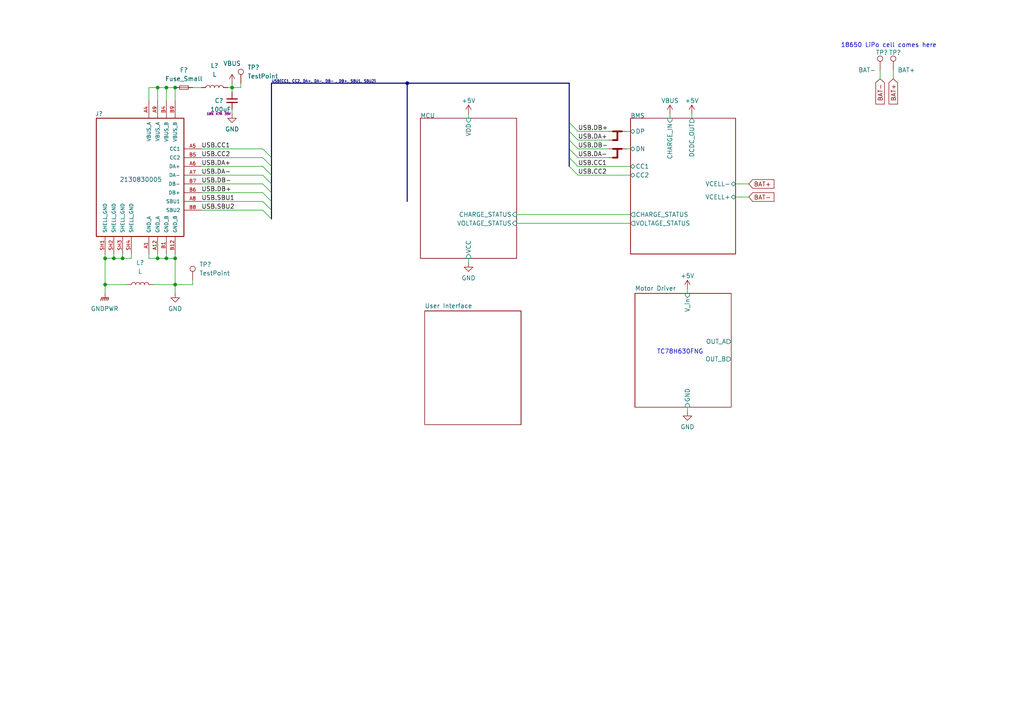
<source format=kicad_sch>
(kicad_sch (version 20211123) (generator eeschema)
  (paper "A4")
  (lib_symbols
    (symbol "818_USB:2130830005" (pin_names (offset 1.016))
      (property "Reference" "J" (at -12.7 17.78 0))
      (property "Value" "2130830005" (at -6.35 -1.27 0))
      (symbol "2130830005_0_0"
        (rectangle (start -12.7 17.78) (end 12.7 -16.51) (stroke (width 0.254)))
        (pin power_in line (at 2.54 -21.59 90) (length 5.08) (name "GND_A") (number "A1"))
        (pin power_in line (at 5.08 -21.59 90) (length 5.08) (name "GND_A") (number "A12"))
        (pin power_in line (at 2.54 22.86 270) (length 5.08) (name "VBUS_A") (number "A4"))
        (pin bidirectional line (at 17.78 8.89 180) (length 5.08) (name "CC1") (number "A5"))
        (pin bidirectional line (at 17.78 3.81 180) (length 5.08) (name "DA+") (number "A6"))
        (pin bidirectional line (at 17.78 1.27 180) (length 5.08) (name "DA-") (number "A7"))
        (pin bidirectional line (at 17.78 -6.35 180) (length 5.08) (name "SBU1") (number "A8"))
        (pin power_in line (at 5.08 22.86 270) (length 5.08) (name "VBUS_A") (number "A9"))
        (pin power_in line (at 7.62 -21.59 90) (length 5.08) (name "GND_B") (number "B1"))
        (pin power_in line (at 10.16 -21.59 90) (length 5.08) (name "GND_B") (number "B12"))
        (pin power_in line (at 7.62 22.86 270) (length 5.08) (name "VBUS_B") (number "B4"))
        (pin bidirectional line (at 17.78 6.35 180) (length 5.08) (name "CC2") (number "B5"))
        (pin bidirectional line (at 17.78 -3.81 180) (length 5.08) (name "DB+") (number "B6"))
        (pin bidirectional line (at 17.78 -1.27 180) (length 5.08) (name "DB-") (number "B7"))
        (pin bidirectional line (at 17.78 -8.89 180) (length 5.08) (name "SBU2") (number "B8"))
        (pin power_in line (at 10.16 22.86 270) (length 5.08) (name "VBUS_B") (number "B9"))
        (pin power_in line (at -10.16 -21.59 90) (length 5.08) (name "SHELL_GND") (number "SH1"))
        (pin power_in line (at -7.62 -21.59 90) (length 5.08) (name "SHELL_GND") (number "SH2"))
        (pin power_in line (at -5.08 -21.59 90) (length 5.08) (name "SHELL_GND") (number "SH3"))
        (pin power_in line (at -2.54 -21.59 90) (length 5.08) (name "SHELL_GND") (number "SH4"))
      )
    )
    (symbol "Connector:TestPoint" (pin_numbers hide) (pin_names (offset 0.762) hide)
      (property "Reference" "TP" (at 0 6.858 0))
      (property "Value" "TestPoint" (at 0 5.08 0))
      (symbol "TestPoint_0_1"
        (circle (center 0 3.302) (radius 0.762))
      )
      (symbol "TestPoint_1_1"
        (pin passive line (at 0 0 90) (length 2.54) (name "1") (number "1"))
      )
    )
    (symbol "Device:C_Small" (pin_numbers hide) (pin_names (offset 0.254) hide)
      (property "Reference" "C" (at 0.254 1.778 0))
      (property "Value" "C_Small" (at 0.254 -2.032 0))
      (symbol "C_Small_0_1"
        (polyline (pts (xy -1.524 -0.508) (xy 1.524 -0.508)) (stroke (width 0.3302)))
        (polyline (pts (xy -1.524 0.508) (xy 1.524 0.508)) (stroke (width 0.3048)))
      )
      (symbol "C_Small_1_1"
        (pin passive line (at 0 2.54 270) (length 2.032) (name "~") (number "1"))
        (pin passive line (at 0 -2.54 90) (length 2.032) (name "~") (number "2"))
      )
    )
    (symbol "Device:Fuse_Small" (pin_numbers hide) (pin_names (offset 0.254) hide)
      (property "Reference" "F" (at 0 -1.524 0))
      (property "Value" "Fuse_Small" (at 0 1.524 0))
      (symbol "Fuse_Small_0_1"
        (rectangle (start -1.27 0.508) (end 1.27 -0.508))
        (polyline (pts (xy -1.27 0) (xy 1.27 0)))
      )
      (symbol "Fuse_Small_1_1"
        (pin passive line (at -2.54 0 0) (length 1.27) (name "~") (number "1"))
        (pin passive line (at 2.54 0 180) (length 1.27) (name "~") (number "2"))
      )
    )
    (symbol "Device:L" (pin_numbers hide) (pin_names (offset 1.016) hide)
      (property "Reference" "L" (at -1.27 0 90))
      (property "Value" "L" (at 1.905 0 90))
      (symbol "L_0_1"
        (arc (start 0 -2.54) (mid 0.635 -1.905) (end 0 -1.27))
        (arc (start 0 -1.27) (mid 0.635 -0.635) (end 0 0))
        (arc (start 0 0) (mid 0.635 0.635) (end 0 1.27))
        (arc (start 0 1.27) (mid 0.635 1.905) (end 0 2.54))
      )
      (symbol "L_1_1"
        (pin passive line (at 0 3.81 270) (length 1.27) (name "1") (number "1"))
        (pin passive line (at 0 -3.81 90) (length 1.27) (name "2") (number "2"))
      )
    )
    (symbol "Device:NetTie_3" (pin_numbers hide) (pin_names (offset 0) hide)
      (property "Reference" "NT" (at 0 1.27 0))
      (property "Value" "NetTie_3" (at 0 -3.81 0))
      (symbol "NetTie_3_0_1"
        (polyline (pts (xy -1.27 0) (xy 1.27 0)) (stroke (width 0.508)))
        (polyline (pts (xy 0 0) (xy 0 -2.54) (xy -1.27 -2.54)) (stroke (width 0.508)))
      )
      (symbol "NetTie_3_1_1"
        (pin passive line (at -2.54 0 0) (length 2.54) (name "1") (number "1"))
        (pin passive line (at 2.54 0 180) (length 2.54) (name "2") (number "2"))
        (pin passive line (at -2.54 -2.54 0) (length 2.54) (name "3") (number "3"))
      )
    )
    (symbol "power:+5V" (power) (pin_names (offset 0))
      (property "Value" "+5V" (at 0 3.556 0))
      (symbol "+5V_0_1"
        (polyline (pts (xy -0.762 1.27) (xy 0 2.54)))
        (polyline (pts (xy 0 0) (xy 0 2.54)))
        (polyline (pts (xy 0 2.54) (xy 0.762 1.27)))
      )
      (symbol "+5V_1_1"
        (pin power_in line (at 0 0 90) (length 0) hide (name "+5V") (number "1"))
      )
    )
    (symbol "power:GND" (power) (pin_names (offset 0))
      (property "Value" "GND" (at 0 -3.81 0))
      (symbol "GND_0_1"
        (polyline (pts (xy 0 0) (xy 0 -1.27) (xy 1.27 -1.27) (xy 0 -2.54) (xy -1.27 -1.27) (xy 0 -1.27)))
      )
      (symbol "GND_1_1"
        (pin power_in line (at 0 0 270) (length 0) hide (name "GND") (number "1"))
      )
    )
    (symbol "power:GNDPWR" (power) (pin_names (offset 0))
      (property "Value" "GNDPWR" (at 0 -3.302 0))
      (symbol "GNDPWR_0_1"
        (polyline (pts (xy 0 -1.27) (xy 0 0)))
        (polyline (pts (xy -1.016 -1.27) (xy -1.27 -2.032) (xy -1.27 -2.032)) (stroke (width 0.2032)))
        (polyline (pts (xy -0.508 -1.27) (xy -0.762 -2.032) (xy -0.762 -2.032)) (stroke (width 0.2032)))
        (polyline (pts (xy 0 -1.27) (xy -0.254 -2.032) (xy -0.254 -2.032)) (stroke (width 0.2032)))
        (polyline (pts (xy 0.508 -1.27) (xy 0.254 -2.032) (xy 0.254 -2.032)) (stroke (width 0.2032)))
        (polyline (pts (xy 1.016 -1.27) (xy -1.016 -1.27) (xy -1.016 -1.27)) (stroke (width 0.2032)))
        (polyline (pts (xy 1.016 -1.27) (xy 0.762 -2.032) (xy 0.762 -2.032) (xy 0.762 -2.032)) (stroke (width 0.2032)))
      )
      (symbol "GNDPWR_1_1"
        (pin power_in line (at 0 0 270) (length 0) hide (name "GNDPWR") (number "1"))
      )
    )
    (symbol "power:VBUS" (power) (pin_names (offset 0))
      (property "Value" "VBUS" (at 0 3.81 0))
      (symbol "VBUS_0_1"
        (polyline (pts (xy -0.762 1.27) (xy 0 2.54)))
        (polyline (pts (xy 0 0) (xy 0 2.54)))
        (polyline (pts (xy 0 2.54) (xy 0.762 1.27)))
      )
      (symbol "VBUS_1_1"
        (pin power_in line (at 0 0 90) (length 0) hide (name "VBUS") (number "1"))
      )
    )
  )
  (bus_alias "USB" (members "CC1"))
  (junction (at 48.26 25.4))
  (junction (at 118.11 24.13))
  (junction (at 50.8 82.55))
  (junction (at 50.8 74.93))
  (junction (at 67.31 25.4))
  (junction (at 45.72 74.93))
  (junction (at 45.72 25.4))
  (junction (at 33.02 74.93))
  (junction (at 48.26 74.93))
  (junction (at 30.48 74.93))
  (junction (at 35.56 74.93))
  (junction (at 50.8 25.4))
  (junction (at 30.48 82.55))
  (bus_entry (at 165.1 35.56) (size 2.54 2.54))
  (bus_entry (at 165.1 43.18) (size 2.54 2.54))
  (bus_entry (at 78.74 48.26) (size -2.54 -2.54))
  (bus_entry (at 78.74 53.34) (size -2.54 -2.54))
  (bus_entry (at 78.74 58.42) (size -2.54 -2.54))
  (bus_entry (at 165.1 45.72) (size 2.54 2.54))
  (bus_entry (at 78.74 45.72) (size -2.54 -2.54))
  (bus_entry (at 165.1 48.26) (size 2.54 2.54))
  (bus_entry (at 165.1 38.1) (size 2.54 2.54))
  (bus_entry (at 78.74 60.96) (size -2.54 -2.54))
  (bus_entry (at 165.1 40.64) (size 2.54 2.54))
  (bus_entry (at 78.74 50.8) (size -2.54 -2.54))
  (bus_entry (at 78.74 55.88) (size -2.54 -2.54))
  (bus_entry (at 78.74 63.5) (size -2.54 -2.54))
  (wire (pts (xy 45.72 25.4) (xy 48.26 25.4)))
  (wire (pts (xy 58.42 48.26) (xy 76.2 48.26)))
  (wire (pts (xy 181.61 38.1) (xy 182.88 38.1)))
  (wire (pts (xy 43.18 29.21) (xy 43.18 25.4)))
  (wire (pts (xy 67.31 31.75) (xy 67.31 33.02)))
  (wire (pts (xy 58.42 55.88) (xy 76.2 55.88)))
  (wire (pts (xy 259.08 20.32) (xy 259.08 22.86)))
  (bus (pts (xy 78.74 53.34) (xy 78.74 55.88)))
  (wire (pts (xy 44.45 82.55) (xy 50.8 82.55)))
  (wire (pts (xy 35.56 74.93) (xy 38.1 74.93)))
  (wire (pts (xy 33.02 73.66) (xy 33.02 74.93)))
  (wire (pts (xy 69.85 24.13) (xy 69.85 25.4)))
  (wire (pts (xy 48.26 25.4) (xy 48.26 29.21)))
  (wire (pts (xy 55.88 25.4) (xy 58.42 25.4)))
  (wire (pts (xy 58.42 53.34) (xy 76.2 53.34)))
  (wire (pts (xy 58.42 58.42) (xy 76.2 58.42)))
  (wire (pts (xy 48.26 74.93) (xy 50.8 74.93)))
  (wire (pts (xy 200.66 33.02) (xy 200.66 34.29)))
  (bus (pts (xy 165.1 45.72) (xy 165.1 48.26)))
  (bus (pts (xy 165.1 35.56) (xy 165.1 38.1)))
  (bus (pts (xy 165.1 38.1) (xy 165.1 40.64)))
  (bus (pts (xy 78.74 58.42) (xy 78.74 60.96)))
  (wire (pts (xy 149.86 64.77) (xy 182.88 64.77)))
  (wire (pts (xy 167.64 48.26) (xy 182.88 48.26)))
  (wire (pts (xy 199.39 83.82) (xy 199.39 85.09)))
  (wire (pts (xy 213.36 53.34) (xy 217.17 53.34)))
  (wire (pts (xy 67.31 25.4) (xy 67.31 26.67)))
  (wire (pts (xy 50.8 74.93) (xy 50.8 73.66)))
  (wire (pts (xy 35.56 73.66) (xy 35.56 74.93)))
  (wire (pts (xy 67.31 24.13) (xy 67.31 25.4)))
  (wire (pts (xy 66.04 25.4) (xy 67.31 25.4)))
  (wire (pts (xy 167.64 38.1) (xy 176.53 38.1)))
  (bus (pts (xy 165.1 43.18) (xy 165.1 45.72)))
  (bus (pts (xy 78.74 55.88) (xy 78.74 58.42)))
  (wire (pts (xy 58.42 50.8) (xy 76.2 50.8)))
  (bus (pts (xy 165.1 24.13) (xy 165.1 35.56)))
  (wire (pts (xy 58.42 45.72) (xy 76.2 45.72)))
  (bus (pts (xy 78.74 45.72) (xy 78.74 48.26)))
  (wire (pts (xy 48.26 25.4) (xy 50.8 25.4)))
  (wire (pts (xy 48.26 73.66) (xy 48.26 74.93)))
  (wire (pts (xy 30.48 74.93) (xy 30.48 82.55)))
  (wire (pts (xy 45.72 74.93) (xy 48.26 74.93)))
  (wire (pts (xy 135.89 74.93) (xy 135.89 76.2)))
  (wire (pts (xy 149.86 62.23) (xy 182.88 62.23)))
  (wire (pts (xy 30.48 82.55) (xy 30.48 85.09)))
  (wire (pts (xy 45.72 25.4) (xy 45.72 29.21)))
  (wire (pts (xy 33.02 74.93) (xy 35.56 74.93)))
  (wire (pts (xy 30.48 73.66) (xy 30.48 74.93)))
  (wire (pts (xy 67.31 25.4) (xy 69.85 25.4)))
  (wire (pts (xy 167.64 40.64) (xy 176.53 40.64)))
  (bus (pts (xy 78.74 48.26) (xy 78.74 50.8)))
  (wire (pts (xy 43.18 74.93) (xy 45.72 74.93)))
  (wire (pts (xy 50.8 74.93) (xy 50.8 82.55)))
  (wire (pts (xy 167.64 45.72) (xy 176.53 45.72)))
  (wire (pts (xy 38.1 74.93) (xy 38.1 73.66)))
  (wire (pts (xy 167.64 50.8) (xy 182.88 50.8)))
  (wire (pts (xy 255.27 20.32) (xy 255.27 22.86)))
  (wire (pts (xy 43.18 25.4) (xy 45.72 25.4)))
  (bus (pts (xy 78.74 24.13) (xy 78.74 45.72)))
  (bus (pts (xy 78.74 50.8) (xy 78.74 53.34)))
  (bus (pts (xy 118.11 24.13) (xy 165.1 24.13)))
  (wire (pts (xy 199.39 118.11) (xy 199.39 119.38)))
  (bus (pts (xy 78.74 24.13) (xy 118.11 24.13)))
  (bus (pts (xy 165.1 40.64) (xy 165.1 43.18)))
  (wire (pts (xy 58.42 43.18) (xy 76.2 43.18)))
  (wire (pts (xy 135.89 33.02) (xy 135.89 34.29)))
  (wire (pts (xy 167.64 43.18) (xy 176.53 43.18)))
  (wire (pts (xy 50.8 25.4) (xy 50.8 29.21)))
  (wire (pts (xy 194.31 33.02) (xy 194.31 34.29)))
  (wire (pts (xy 181.61 43.18) (xy 182.88 43.18)))
  (wire (pts (xy 213.36 57.15) (xy 217.17 57.15)))
  (wire (pts (xy 30.48 74.93) (xy 33.02 74.93)))
  (wire (pts (xy 45.72 73.66) (xy 45.72 74.93)))
  (wire (pts (xy 50.8 82.55) (xy 55.88 82.55)))
  (wire (pts (xy 30.48 82.55) (xy 36.83 82.55)))
  (wire (pts (xy 50.8 82.55) (xy 50.8 85.09)))
  (wire (pts (xy 58.42 60.96) (xy 76.2 60.96)))
  (bus (pts (xy 78.74 60.96) (xy 78.74 63.5)))
  (wire (pts (xy 43.18 73.66) (xy 43.18 74.93)))
  (wire (pts (xy 55.88 81.28) (xy 55.88 82.55)))
  (bus (pts (xy 118.11 24.13) (xy 118.11 58.42)))
  (text "TC78H630FNG\n" (at 190.5 102.87 0) (effects (font (size 1.27 1.27)) (justify left bottom)))
  (text "18650 LiPo cell comes here" (at 243.84 13.97 0) (effects (font (size 1.27 1.27)) (justify left bottom)))
  (label "USB.DB+" (at 167.64 38.1 0))
  (label "USB.DB-" (at 58.42 53.34 0))
  (label "USB{CC1, CC2, DA+, DA-, DB- , DB+, SBU1, SBU2}" (at 78.74 24.13 0) (effects (font (size 0.75 0.75))))
  (label "USB.DA+" (at 167.64 40.64 0))
  (label "USB.CC2" (at 167.64 50.8 0))
  (label "USB.SBU2" (at 58.42 60.96 0))
  (label "USB.CC1" (at 58.42 43.18 0))
  (label "USB.CC1" (at 167.64 48.26 0))
  (label "USB.DA-" (at 58.42 50.8 0))
  (label "USB.DB+" (at 58.42 55.88 0))
  (label "USB.CC2" (at 58.42 45.72 0))
  (label "USB.DA-" (at 167.64 45.72 0))
  (label "USB.DA+" (at 58.42 48.26 0))
  (label "USB.SBU1" (at 58.42 58.42 0))
  (label "USB.DB-" (at 167.64 43.18 0))
  (global_label "BAT+" (shape input) (at 259.08 22.86 270) (property "Intersheet References" "${INTERSHEET_REFS}" (effects hide)))
  (global_label "BAT-" (shape input) (at 217.17 57.15 0) (property "Intersheet References" "${INTERSHEET_REFS}" (effects hide)))
  (global_label "BAT-" (shape input) (at 255.27 22.86 270) (property "Intersheet References" "${INTERSHEET_REFS}" (effects hide)))
  (global_label "BAT+" (shape input) (at 217.17 53.34 0) (property "Intersheet References" "${INTERSHEET_REFS}" (effects hide)))
  (symbol (lib_id "Device:NetTie_3") (at 179.07 43.18 0) (unit 1)
    (property "Reference" "NT?" (effects hide))
    (property "Value" "NetTie_3" (effects hide))
  )
  (symbol (lib_id "power:VBUS") (at 194.31 33.02 0) (unit 1)
    (property "Reference" "#PWR?" (effects hide))
    (property "Value" "VBUS" (at 194.31 29.21 0))
  )
  (symbol (lib_id "Connector:TestPoint") (at 259.08 20.32 0) (unit 1)
    (property "Reference" "TP?" (at 257.81 15.24 0) (effects (justify left)))
    (property "Value" "BAT+" (at 260.35 20.32 0) (effects (justify left)))
    (property "Footprint" "TestPoint:TestPoint_Keystone_5019_Minature" (effects hide))
  )
  (symbol (lib_id "power:GNDPWR") (at 30.48 85.09 0) (unit 1)
    (property "Reference" "#PWR0101" (effects hide))
    (property "Value" "GNDPWR" (at 30.353 89.535 0))
  )
  (symbol (lib_id "power:GND") (at 199.39 119.38 0) (unit 1)
    (property "Reference" "#PWR?" (effects hide))
    (property "Value" "GND" (at 199.39 123.825 0))
  )
  (symbol (lib_id "power:VBUS") (at 67.31 24.13 0) (unit 1)
    (property "Reference" "#PWR0103" (effects hide))
    (property "Value" "VBUS" (at 67.31 18.415 0))
  )
  (symbol (lib_id "818_USB:2130830005") (at 40.64 52.07 0) (unit 1)
    (property "Reference" "J?" (at 29.845 33.02 0) (effects (justify right)))
    (property "Value" "2130830005" (at 46.99 52.07 0) (effects (justify right)))
    (property "Footprint" "818_USB:MOLEX_2130830005" (effects hide))
    (property "PARTREV" "A" (effects hide))
    (property "STANDARD" "Manufacturer recommendations" (effects hide))
    (property "MANUFACTURER" "Molex" (effects hide))
    (property "MAXIMUM_PACKAGE_HEIGHT" "3.36mm" (effects hide))
  )
  (symbol (lib_id "Device:Fuse_Small") (at 53.34 25.4 0) (unit 1)
    (property "Reference" "F?" (at 53.34 20.32 0))
    (property "Value" "Fuse_Small" (at 53.34 22.86 0))
  )
  (symbol (lib_id "power:+5V") (at 135.89 33.02 0) (unit 1)
    (property "Reference" "#PWR?" (effects hide))
    (property "Value" "+5V" (at 135.89 29.21 0))
  )
  (symbol (lib_id "Connector:TestPoint") (at 69.85 24.13 0) (unit 1)
    (property "Reference" "TP?" (at 71.755 19.5579 0) (effects (justify left)))
    (property "Value" "TestPoint" (at 71.755 22.0979 0) (effects (justify left)))
    (property "Footprint" "TestPoint:TestPoint_Keystone_5019_Minature" (effects hide))
  )
  (symbol (lib_id "Connector:TestPoint") (at 255.27 20.32 0) (unit 1)
    (property "Reference" "TP?" (at 254 15.24 0) (effects (justify left)))
    (property "Value" "BAT-" (at 248.92 20.32 0) (effects (justify left)))
    (property "Footprint" "TestPoint:TestPoint_Keystone_5019_Minature" (effects hide))
  )
  (symbol (lib_id "Device:L") (at 40.64 82.55 90) (unit 1)
    (property "Reference" "L?" (at 40.64 76.2 90))
    (property "Value" "L" (at 40.64 78.74 90))
    (property "Footprint" "Inductor_SMD:L_0603_1608Metric_Pad1.05x0.95mm_HandSolder" (effects hide))
  )
  (symbol (lib_id "Connector:TestPoint") (at 55.88 81.28 0) (unit 1)
    (property "Reference" "TP?" (at 57.785 76.7079 0) (effects (justify left)))
    (property "Value" "TestPoint" (at 57.785 79.2479 0) (effects (justify left)))
    (property "Footprint" "TestPoint:TestPoint_Keystone_5019_Minature" (effects hide))
  )
  (symbol (lib_id "power:+5V") (at 199.39 83.82 0) (unit 1)
    (property "Reference" "#PWR?" (effects hide))
    (property "Value" "+5V" (at 199.39 80.01 0))
  )
  (symbol (lib_id "power:GND") (at 135.89 76.2 0) (unit 1)
    (property "Reference" "#PWR?" (effects hide))
    (property "Value" "GND" (at 135.89 80.645 0))
  )
  (symbol (lib_id "power:GND") (at 67.31 33.02 0) (unit 1)
    (property "Reference" "#PWR0104" (effects hide))
    (property "Value" "GND" (at 67.31 37.465 0))
  )
  (symbol (lib_id "power:GND") (at 50.8 85.09 0) (unit 1)
    (property "Reference" "#PWR0102" (effects hide))
    (property "Value" "GND" (at 50.8 89.535 0))
  )
  (symbol (lib_id "Device:L") (at 62.23 25.4 90) (unit 1)
    (property "Reference" "L?" (at 62.23 19.05 90))
    (property "Value" "L" (at 62.23 21.59 90))
    (property "Footprint" "Inductor_SMD:L_0603_1608Metric_Pad1.05x0.95mm_HandSolder" (effects hide))
  )
  (symbol (lib_id "Device:NetTie_3") (at 179.07 38.1 0) (unit 1)
    (property "Reference" "NT?" (effects hide))
    (property "Value" "NetTie_3" (effects hide))
  )
  (symbol (lib_id "power:+5V") (at 200.66 33.02 0) (unit 1)
    (property "Reference" "#PWR?" (effects hide))
    (property "Value" "+5V" (at 200.66 29.21 0))
  )
  (symbol (lib_id "Device:C_Small") (at 67.31 29.21 0) (unit 1)
    (property "Reference" "C?" (at 62.23 29.21 0) (effects (justify left)))
    (property "Value" "100uF" (at 60.96 31.75 0) (effects (justify left)))
    (property "Tolerance" "10%" (at 60.96 33.02 0) (effects (font (size 0.635 0.635))))
    (property "Type" "X7R" (at 63.5 33.02 0) (effects (font (size 0.635 0.635))))
    (property "Voltage Rating" "35V" (at 66.04 33.02 0) (effects (font (size 0.635 0.635))))
  )
  (sheet (at 184.15 85.09) (size 27.94 33.02) (stroke (width 0.1524))
    (property "Sheet name" "Motor Driver" (at 184.15 84.3784 0) (effects (justify left bottom)))
    (property "Sheet file" "motor_driver.kicad_sch" (effects hide))
    (pin "OUT_B" output (at 212.09 104.14 0))
    (pin "OUT_A" output (at 212.09 99.06 0))
    (pin "V_in" input (at 199.39 85.09 90))
    (pin "GND" input (at 199.39 118.11 270))
  )
  (sheet (at 182.88 34.29) (size 30.48 39.37) (stroke (width 0.1524))
    (property "Sheet name" "BMS" (at 182.88 34.29 0) (effects (justify left bottom)))
    (property "Sheet file" "battery_management.kicad_sch" (effects hide))
    (pin "VCELL-" bidirectional (at 213.36 53.34 0))
    (pin "VCELL+" bidirectional (at 213.36 57.15 0))
    (pin "VOLTAGE_STATUS" output (at 182.88 64.77 180))
    (pin "CHARGE_STATUS" output (at 182.88 62.23 180))
    (pin "DN" bidirectional (at 182.88 43.18 180))
    (pin "CC2" bidirectional (at 182.88 50.8 180))
    (pin "CC1" bidirectional (at 182.88 48.26 180))
    (pin "DP" bidirectional (at 182.88 38.1 180))
    (pin "CHARGE_IN" input (at 194.31 34.29 90))
    (pin "DCDC_OUT" output (at 200.66 34.29 90))
  )
  (sheet (at 121.92 34.29) (size 27.94 40.64) (stroke (width 0.1524))
    (property "Sheet name" "MCU" (at 121.92 34.29 0) (effects (justify left bottom)))
    (property "Sheet file" "mcu.kicad_sch" (effects hide))
    (pin "CHARGE_STATUS" input (at 149.86 62.23 0))
    (pin "VOLTAGE_STATUS" input (at 149.86 64.77 0))
    (pin "VCC" input (at 135.89 74.93 270))
    (pin "VDD" input (at 135.89 34.29 90))
  )
  (sheet (at 123.19 90.17) (size 27.94 33.02) (stroke (width 0.1524))
    (property "Sheet name" "User Interface" (at 123.19 89.4584 0) (effects (justify left bottom)))
    (property "Sheet file" "user_interface.kicad_sch" (effects hide))
  )
)
</source>
